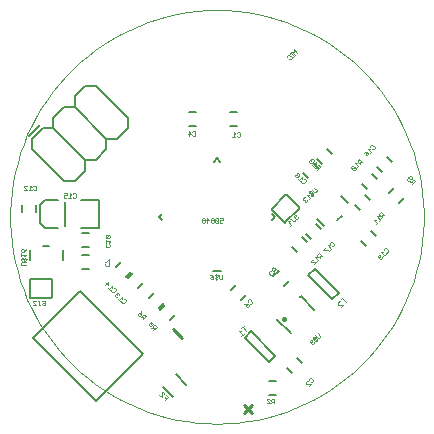
<source format=gbo>
G75*
G70*
%OFA0B0*%
%FSLAX24Y24*%
%IPPOS*%
%LPD*%
%AMOC8*
5,1,8,0,0,1.08239X$1,22.5*
%
%ADD10C,0.0110*%
%ADD11C,0.0000*%
%ADD12C,0.0010*%
%ADD13C,0.0060*%
%ADD14C,0.0050*%
%ADD15C,0.0120*%
%ADD16C,0.0080*%
%ADD17C,0.0020*%
D10*
X008239Y003251D02*
X008518Y003530D01*
X008517Y003252D02*
X008239Y003530D01*
X006175Y005759D02*
X005897Y006038D01*
D11*
X007353Y002892D02*
X007686Y002900D01*
X008018Y002924D01*
X008349Y002964D01*
X008677Y003020D01*
X009002Y003092D01*
X009323Y003180D01*
X009640Y003283D01*
X009951Y003401D01*
X010256Y003534D01*
X010555Y003681D01*
X010846Y003843D01*
X011129Y004019D01*
X011403Y004208D01*
X011667Y004410D01*
X011922Y004625D01*
X012166Y004852D01*
X012398Y005090D01*
X012619Y005339D01*
X012828Y005599D01*
X013023Y005868D01*
X013206Y006147D01*
X013375Y006434D01*
X013529Y006728D01*
X013670Y007030D01*
X013795Y007339D01*
X013906Y007653D01*
X014001Y007972D01*
X014081Y008295D01*
X014145Y008622D01*
X014193Y008952D01*
X014225Y009283D01*
X014241Y009616D01*
X014241Y009948D01*
X014225Y010281D01*
X014193Y010612D01*
X014145Y010942D01*
X014081Y011269D01*
X014001Y011592D01*
X013906Y011911D01*
X013795Y012225D01*
X013670Y012534D01*
X013529Y012836D01*
X013375Y013130D01*
X013206Y013417D01*
X013023Y013696D01*
X012828Y013965D01*
X012619Y014225D01*
X012398Y014474D01*
X012166Y014712D01*
X011922Y014939D01*
X011667Y015154D01*
X011403Y015356D01*
X011129Y015545D01*
X010846Y015721D01*
X010555Y015883D01*
X010256Y016030D01*
X009951Y016163D01*
X009640Y016281D01*
X009323Y016384D01*
X009002Y016472D01*
X008677Y016544D01*
X008349Y016600D01*
X008018Y016640D01*
X007686Y016664D01*
X007353Y016672D01*
X007020Y016664D01*
X006688Y016640D01*
X006357Y016600D01*
X006029Y016544D01*
X005704Y016472D01*
X005383Y016384D01*
X005066Y016281D01*
X004755Y016163D01*
X004450Y016030D01*
X004151Y015883D01*
X003860Y015721D01*
X003577Y015545D01*
X003303Y015356D01*
X003039Y015154D01*
X002784Y014939D01*
X002540Y014712D01*
X002308Y014474D01*
X002087Y014225D01*
X001878Y013965D01*
X001683Y013696D01*
X001500Y013417D01*
X001331Y013130D01*
X001177Y012836D01*
X001036Y012534D01*
X000911Y012225D01*
X000800Y011911D01*
X000705Y011592D01*
X000625Y011269D01*
X000561Y010942D01*
X000513Y010612D01*
X000481Y010281D01*
X000465Y009948D01*
X000465Y009616D01*
X000481Y009283D01*
X000513Y008952D01*
X000561Y008622D01*
X000625Y008295D01*
X000705Y007972D01*
X000800Y007653D01*
X000911Y007339D01*
X001036Y007030D01*
X001177Y006728D01*
X001331Y006434D01*
X001500Y006147D01*
X001683Y005868D01*
X001878Y005599D01*
X002087Y005339D01*
X002308Y005090D01*
X002540Y004852D01*
X002784Y004625D01*
X003039Y004410D01*
X003303Y004208D01*
X003577Y004019D01*
X003860Y003843D01*
X004151Y003681D01*
X004450Y003534D01*
X004755Y003401D01*
X005066Y003283D01*
X005383Y003180D01*
X005704Y003092D01*
X006029Y003020D01*
X006357Y002964D01*
X006688Y002924D01*
X007020Y002900D01*
X007353Y002892D01*
D12*
X009006Y003571D02*
X009106Y003571D01*
X009006Y003672D01*
X009006Y003697D01*
X009031Y003722D01*
X009081Y003722D01*
X009106Y003697D01*
X009153Y003697D02*
X009153Y003647D01*
X009178Y003622D01*
X009253Y003622D01*
X009203Y003622D02*
X009153Y003571D01*
X009253Y003571D02*
X009253Y003722D01*
X009178Y003722D01*
X009153Y003697D01*
X010316Y004245D02*
X010316Y004280D01*
X010352Y004316D01*
X010387Y004316D01*
X010420Y004349D02*
X010420Y004385D01*
X010456Y004420D01*
X010491Y004420D01*
X010562Y004349D01*
X010562Y004314D01*
X010527Y004278D01*
X010491Y004278D01*
X010476Y004227D02*
X010334Y004227D01*
X010316Y004245D01*
X010405Y004157D02*
X010476Y004227D01*
X010517Y005551D02*
X010446Y005622D01*
X010446Y005657D01*
X010482Y005692D01*
X010517Y005692D01*
X010535Y005675D01*
X010535Y005639D01*
X010482Y005586D01*
X010517Y005551D02*
X010552Y005551D01*
X010588Y005586D01*
X010588Y005622D01*
X010621Y005655D02*
X010603Y005673D01*
X010603Y005708D01*
X010639Y005744D01*
X010639Y005779D01*
X010621Y005797D01*
X010586Y005797D01*
X010550Y005761D01*
X010550Y005726D01*
X010550Y005797D02*
X010692Y005655D01*
X010692Y005690D02*
X010657Y005655D01*
X010621Y005655D01*
X010692Y005690D02*
X010692Y005726D01*
X010725Y005759D02*
X010637Y005848D01*
X010708Y005918D02*
X010796Y005830D01*
X010796Y005795D01*
X010761Y005759D01*
X010725Y005759D01*
X008525Y006928D02*
X008490Y006892D01*
X008454Y006892D01*
X008421Y006859D02*
X008421Y006824D01*
X008386Y006788D01*
X008350Y006788D01*
X008332Y006806D01*
X008333Y006841D01*
X008386Y006894D01*
X008421Y006859D01*
X008386Y006894D02*
X008315Y006894D01*
X008262Y006877D01*
X008384Y006963D02*
X008384Y006999D01*
X008419Y007034D01*
X008454Y007034D01*
X008525Y006963D01*
X008525Y006928D01*
X007530Y007735D02*
X007505Y007710D01*
X007455Y007710D01*
X007430Y007735D01*
X007430Y007860D01*
X007383Y007835D02*
X007358Y007860D01*
X007308Y007860D01*
X007283Y007835D01*
X007308Y007785D02*
X007358Y007785D01*
X007383Y007810D01*
X007383Y007835D01*
X007333Y007885D02*
X007333Y007685D01*
X007358Y007710D02*
X007308Y007710D01*
X007283Y007735D01*
X007283Y007760D01*
X007308Y007785D01*
X007236Y007785D02*
X007186Y007835D01*
X007135Y007860D01*
X007161Y007785D02*
X007236Y007785D01*
X007236Y007735D01*
X007211Y007710D01*
X007161Y007710D01*
X007135Y007735D01*
X007135Y007760D01*
X007161Y007785D01*
X007358Y007710D02*
X007383Y007735D01*
X007530Y007735D02*
X007530Y007860D01*
X009075Y007911D02*
X009093Y007894D01*
X009128Y007894D01*
X009128Y007858D01*
X009146Y007841D01*
X009181Y007841D01*
X009217Y007876D01*
X009217Y007911D01*
X009268Y007927D02*
X009268Y007998D01*
X009250Y007980D02*
X009303Y008033D01*
X009338Y007998D02*
X009232Y008104D01*
X009179Y008051D01*
X009179Y008016D01*
X009215Y007980D01*
X009250Y007980D01*
X009146Y007982D02*
X009110Y007982D01*
X009075Y007947D01*
X009075Y007911D01*
X009128Y007894D02*
X009146Y007911D01*
X010493Y008286D02*
X010493Y008322D01*
X010529Y008357D01*
X010564Y008357D01*
X010493Y008286D02*
X010511Y008268D01*
X010652Y008268D01*
X010582Y008198D01*
X010686Y008302D02*
X010756Y008373D01*
X010790Y008406D02*
X010790Y008477D01*
X010772Y008459D02*
X010825Y008512D01*
X010861Y008477D02*
X010754Y008583D01*
X010701Y008530D01*
X010701Y008494D01*
X010737Y008459D01*
X010772Y008459D01*
X010686Y008443D02*
X010615Y008443D01*
X010721Y008337D01*
X010918Y008675D02*
X010900Y008693D01*
X010971Y008764D01*
X011040Y008833D02*
X011146Y008726D01*
X011181Y008762D02*
X011110Y008691D01*
X011077Y008658D02*
X011059Y008675D01*
X010918Y008675D01*
X011040Y008833D02*
X011110Y008833D01*
X011126Y008884D02*
X011126Y008919D01*
X011162Y008955D01*
X011197Y008954D01*
X011268Y008884D01*
X011268Y008848D01*
X011232Y008813D01*
X011197Y008813D01*
X010054Y009753D02*
X010019Y009717D01*
X009984Y009717D01*
X009966Y009735D01*
X009966Y009770D01*
X010001Y009806D01*
X010001Y009841D01*
X009984Y009859D01*
X009948Y009859D01*
X009913Y009823D01*
X009913Y009788D01*
X009827Y009737D02*
X009791Y009702D01*
X009809Y009719D02*
X009897Y009631D01*
X009933Y009631D01*
X009950Y009649D01*
X009950Y009684D01*
X010054Y009753D02*
X010054Y009788D01*
X009793Y009633D02*
X009722Y009633D01*
X009829Y009527D01*
X009864Y009562D02*
X009793Y009491D01*
X010290Y010289D02*
X010325Y010289D01*
X010360Y010324D01*
X010360Y010360D01*
X010411Y010376D02*
X010482Y010446D01*
X010447Y010411D02*
X010341Y010517D01*
X010411Y010517D01*
X010427Y010568D02*
X010427Y010604D01*
X010462Y010639D01*
X010498Y010639D01*
X010516Y010621D01*
X010516Y010586D01*
X010480Y010551D01*
X010480Y010515D01*
X010498Y010497D01*
X010533Y010497D01*
X010569Y010533D01*
X010569Y010568D01*
X010602Y010602D02*
X010514Y010690D01*
X010584Y010761D02*
X010673Y010672D01*
X010673Y010637D01*
X010637Y010602D01*
X010602Y010602D01*
X010569Y010497D02*
X010427Y010639D01*
X010239Y010899D02*
X010203Y010899D01*
X010168Y010934D01*
X010168Y010970D01*
X010117Y010986D02*
X010046Y011056D01*
X010082Y011021D02*
X010188Y011127D01*
X010188Y011056D01*
X010239Y011041D02*
X010274Y011041D01*
X010310Y011005D01*
X010310Y010970D01*
X010239Y010899D01*
X010031Y011107D02*
X010048Y011125D01*
X010048Y011160D01*
X010013Y011196D01*
X009977Y011196D01*
X009960Y011178D01*
X009960Y011143D01*
X009995Y011107D01*
X010031Y011107D01*
X010048Y011160D02*
X010084Y011160D01*
X010101Y011178D01*
X010101Y011214D01*
X010066Y011249D01*
X010031Y011249D01*
X010013Y011231D01*
X010013Y011196D01*
X010432Y011615D02*
X010468Y011580D01*
X010503Y011580D01*
X010519Y011529D02*
X010589Y011458D01*
X010623Y011425D02*
X010694Y011425D01*
X010676Y011442D02*
X010729Y011389D01*
X010694Y011354D02*
X010800Y011460D01*
X010747Y011513D01*
X010711Y011513D01*
X010676Y011478D01*
X010676Y011442D01*
X010660Y011529D02*
X010660Y011600D01*
X010554Y011493D01*
X010574Y011651D02*
X010574Y011686D01*
X010538Y011721D01*
X010503Y011721D01*
X010485Y011704D01*
X010485Y011668D01*
X010450Y011668D01*
X010432Y011651D01*
X010432Y011615D01*
X010485Y011668D02*
X010503Y011651D01*
X011832Y011451D02*
X011832Y011416D01*
X011973Y011416D01*
X011973Y011381D01*
X011938Y011345D01*
X011902Y011345D01*
X011832Y011416D01*
X011832Y011451D02*
X011867Y011487D01*
X011902Y011487D01*
X011973Y011416D01*
X012024Y011432D02*
X012095Y011503D01*
X012128Y011536D02*
X012128Y011607D01*
X012111Y011589D02*
X012164Y011642D01*
X012199Y011607D02*
X012093Y011713D01*
X012040Y011660D01*
X012040Y011624D01*
X012075Y011589D01*
X012111Y011589D01*
X012024Y011573D02*
X011954Y011573D01*
X012060Y011467D01*
X012327Y011833D02*
X012310Y011851D01*
X012310Y011886D01*
X012363Y011939D01*
X012398Y011904D01*
X012398Y011868D01*
X012363Y011833D01*
X012327Y011833D01*
X012292Y011939D02*
X012363Y011939D01*
X012292Y011939D02*
X012239Y011921D01*
X012378Y012061D02*
X012484Y011955D01*
X012520Y011990D02*
X012449Y011919D01*
X012449Y012061D02*
X012378Y012061D01*
X012465Y012112D02*
X012465Y012147D01*
X012500Y012183D01*
X012536Y012183D01*
X012606Y012112D01*
X012606Y012077D01*
X012571Y012041D01*
X012536Y012041D01*
X013701Y011063D02*
X013772Y011133D01*
X013807Y011133D01*
X013843Y011098D01*
X013843Y011063D01*
X013825Y011045D01*
X013790Y011045D01*
X013737Y011098D01*
X013701Y011063D02*
X013701Y011027D01*
X013737Y010992D01*
X013772Y010992D01*
X013788Y010941D02*
X013858Y010941D01*
X013841Y010959D02*
X013894Y010905D01*
X013858Y010870D02*
X013965Y010976D01*
X013911Y011029D01*
X013876Y011029D01*
X013841Y010994D01*
X013841Y010959D01*
X012821Y009941D02*
X012768Y009888D01*
X012768Y009853D01*
X012804Y009817D01*
X012839Y009817D01*
X012892Y009870D01*
X012857Y009835D02*
X012857Y009764D01*
X012823Y009731D02*
X012753Y009660D01*
X012719Y009627D02*
X012649Y009556D01*
X012684Y009591D02*
X012578Y009697D01*
X012649Y009697D01*
X012682Y009802D02*
X012788Y009696D01*
X012753Y009802D02*
X012682Y009802D01*
X012821Y009941D02*
X012928Y009835D01*
X012953Y008738D02*
X012988Y008738D01*
X013059Y008667D01*
X013059Y008632D01*
X013024Y008596D01*
X012988Y008596D01*
X012973Y008545D02*
X012902Y008475D01*
X012937Y008510D02*
X012831Y008616D01*
X012902Y008616D01*
X012918Y008667D02*
X012918Y008703D01*
X012953Y008738D01*
X012780Y008530D02*
X012798Y008512D01*
X012798Y008477D01*
X012745Y008423D01*
X012780Y008388D02*
X012709Y008459D01*
X012709Y008494D01*
X012745Y008530D01*
X012780Y008530D01*
X012851Y008459D02*
X012851Y008423D01*
X012815Y008388D01*
X012780Y008388D01*
X010290Y010289D02*
X010272Y010307D01*
X010272Y010342D01*
X010290Y010360D01*
X010272Y010342D02*
X010236Y010342D01*
X010219Y010360D01*
X010219Y010395D01*
X010254Y010431D01*
X010290Y010431D01*
X007545Y009741D02*
X007545Y009666D01*
X007495Y009691D01*
X007470Y009691D01*
X007445Y009666D01*
X007445Y009616D01*
X007470Y009591D01*
X007520Y009591D01*
X007545Y009616D01*
X007545Y009741D02*
X007445Y009741D01*
X007398Y009716D02*
X007373Y009741D01*
X007323Y009741D01*
X007298Y009716D01*
X007398Y009616D01*
X007373Y009591D01*
X007323Y009591D01*
X007298Y009616D01*
X007298Y009716D01*
X007251Y009716D02*
X007251Y009691D01*
X007226Y009666D01*
X007176Y009666D01*
X007151Y009641D01*
X007151Y009616D01*
X007176Y009591D01*
X007226Y009591D01*
X007251Y009616D01*
X007251Y009641D01*
X007226Y009666D01*
X007176Y009666D02*
X007151Y009691D01*
X007151Y009716D01*
X007176Y009741D01*
X007226Y009741D01*
X007251Y009716D01*
X007398Y009716D02*
X007398Y009616D01*
X007103Y009666D02*
X007003Y009666D01*
X006956Y009691D02*
X006956Y009716D01*
X006931Y009741D01*
X006881Y009741D01*
X006856Y009716D01*
X006856Y009691D01*
X006881Y009666D01*
X006931Y009666D01*
X006956Y009691D01*
X006931Y009666D02*
X006956Y009641D01*
X006956Y009616D01*
X006931Y009591D01*
X006881Y009591D01*
X006856Y009616D01*
X006856Y009641D01*
X006881Y009666D01*
X007028Y009741D02*
X007103Y009666D01*
X007028Y009591D02*
X007028Y009741D01*
X003795Y009149D02*
X003770Y009174D01*
X003670Y009074D01*
X003645Y009099D01*
X003645Y009149D01*
X003670Y009174D01*
X003770Y009174D01*
X003795Y009149D02*
X003795Y009099D01*
X003770Y009074D01*
X003670Y009074D01*
X003645Y009027D02*
X003645Y008927D01*
X003645Y008977D02*
X003795Y008977D01*
X003745Y008927D01*
X003770Y008879D02*
X003795Y008854D01*
X003795Y008804D01*
X003770Y008779D01*
X003670Y008779D01*
X003645Y008804D01*
X003645Y008854D01*
X003670Y008879D01*
X003743Y008387D02*
X003642Y008286D01*
X003617Y008286D01*
X003642Y008239D02*
X003617Y008214D01*
X003617Y008164D01*
X003642Y008139D01*
X003743Y008139D01*
X003768Y008164D01*
X003768Y008214D01*
X003743Y008239D01*
X003768Y008286D02*
X003768Y008387D01*
X003743Y008387D01*
X003731Y007615D02*
X003625Y007509D01*
X003661Y007580D02*
X003731Y007509D01*
X003731Y007615D01*
X003853Y007493D02*
X003747Y007387D01*
X003782Y007352D02*
X003712Y007423D01*
X003853Y007423D02*
X003853Y007493D01*
X003904Y007407D02*
X003940Y007407D01*
X003975Y007371D01*
X003975Y007336D01*
X003904Y007265D01*
X003869Y007265D01*
X003833Y007301D01*
X003833Y007336D01*
X003979Y007198D02*
X003962Y007180D01*
X003962Y007145D01*
X003997Y007109D01*
X004033Y007109D01*
X004048Y007058D02*
X004119Y006988D01*
X004084Y007023D02*
X004190Y007129D01*
X004190Y007058D01*
X004241Y007043D02*
X004276Y007043D01*
X004312Y007007D01*
X004312Y006972D01*
X004241Y006901D01*
X004205Y006901D01*
X004170Y006936D01*
X004170Y006972D01*
X004103Y007180D02*
X004103Y007215D01*
X004068Y007251D01*
X004033Y007251D01*
X004015Y007233D01*
X004015Y007198D01*
X003979Y007198D01*
X004015Y007198D02*
X004033Y007180D01*
X004815Y006645D02*
X004833Y006592D01*
X004833Y006521D01*
X004780Y006575D01*
X004744Y006575D01*
X004727Y006557D01*
X004727Y006521D01*
X004762Y006486D01*
X004797Y006486D01*
X004833Y006521D01*
X004866Y006488D02*
X004866Y006453D01*
X004919Y006400D01*
X004884Y006435D02*
X004813Y006435D01*
X004866Y006488D02*
X004902Y006523D01*
X004937Y006523D01*
X004990Y006470D01*
X004884Y006364D01*
X005077Y006206D02*
X005077Y006171D01*
X005112Y006136D01*
X005148Y006136D01*
X005183Y006171D02*
X005166Y006224D01*
X005148Y006242D01*
X005112Y006242D01*
X005077Y006206D01*
X005183Y006171D02*
X005236Y006224D01*
X005166Y006295D01*
X005252Y006173D02*
X005217Y006138D01*
X005217Y006102D01*
X005270Y006049D01*
X005234Y006014D02*
X005340Y006120D01*
X005287Y006173D01*
X005252Y006173D01*
X005234Y006085D02*
X005164Y006085D01*
X005525Y003939D02*
X005561Y003939D01*
X005596Y003903D01*
X005596Y003868D01*
X005647Y003852D02*
X005718Y003781D01*
X005612Y003675D01*
X005665Y003728D02*
X005629Y003764D01*
X005507Y003779D02*
X005507Y003921D01*
X005525Y003939D01*
X005437Y003850D02*
X005507Y003779D01*
X001629Y006869D02*
X001604Y006844D01*
X001554Y006844D01*
X001529Y006869D01*
X001529Y006894D01*
X001554Y006919D01*
X001604Y006919D01*
X001629Y006944D01*
X001629Y006969D01*
X001604Y006994D01*
X001554Y006994D01*
X001529Y006969D01*
X001432Y006994D02*
X001382Y006994D01*
X001407Y006994D02*
X001407Y006869D01*
X001432Y006844D01*
X001457Y006844D01*
X001482Y006869D01*
X001334Y006844D02*
X001234Y006944D01*
X001234Y006969D01*
X001259Y006994D01*
X001309Y006994D01*
X001334Y006969D01*
X001334Y006844D02*
X001234Y006844D01*
X000987Y008170D02*
X000862Y008170D01*
X000837Y008195D01*
X000837Y008245D01*
X000862Y008270D01*
X000987Y008270D01*
X000962Y008317D02*
X000987Y008342D01*
X000987Y008392D01*
X000962Y008418D01*
X000937Y008465D02*
X000987Y008515D01*
X000837Y008515D01*
X000837Y008465D02*
X000837Y008565D01*
X000862Y008612D02*
X000837Y008637D01*
X000837Y008687D01*
X000862Y008712D01*
X000887Y008712D01*
X000912Y008687D01*
X000912Y008612D01*
X000862Y008612D01*
X000912Y008612D02*
X000962Y008662D01*
X000987Y008712D01*
X000887Y008418D02*
X000912Y008392D01*
X000912Y008342D01*
X000937Y008317D01*
X000962Y008317D01*
X001012Y008367D02*
X000812Y008367D01*
X000837Y008342D02*
X000837Y008392D01*
X000862Y008418D01*
X000887Y008418D01*
X000837Y008342D02*
X000862Y008317D01*
X002270Y010429D02*
X002320Y010429D01*
X002345Y010454D01*
X002345Y010505D02*
X002295Y010530D01*
X002270Y010530D01*
X002245Y010505D01*
X002245Y010454D01*
X002270Y010429D01*
X002345Y010505D02*
X002345Y010580D01*
X002245Y010580D01*
X002442Y010580D02*
X002442Y010429D01*
X002492Y010429D02*
X002392Y010429D01*
X002492Y010530D02*
X002442Y010580D01*
X002540Y010555D02*
X002565Y010580D01*
X002615Y010580D01*
X002640Y010555D01*
X002640Y010454D01*
X002615Y010429D01*
X002565Y010429D01*
X002540Y010454D01*
X001329Y010705D02*
X001304Y010680D01*
X001254Y010680D01*
X001229Y010705D01*
X001182Y010680D02*
X001082Y010680D01*
X001034Y010680D02*
X000934Y010780D01*
X000934Y010805D01*
X000959Y010830D01*
X001009Y010830D01*
X001034Y010805D01*
X001132Y010830D02*
X001132Y010680D01*
X001034Y010680D02*
X000934Y010680D01*
X001132Y010830D02*
X001182Y010780D01*
X001229Y010805D02*
X001254Y010830D01*
X001304Y010830D01*
X001329Y010805D01*
X001329Y010705D01*
X006411Y012488D02*
X006411Y012638D01*
X006486Y012563D01*
X006386Y012563D01*
X006533Y012513D02*
X006558Y012488D01*
X006608Y012488D01*
X006633Y012513D01*
X006633Y012613D01*
X006608Y012638D01*
X006558Y012638D01*
X006533Y012613D01*
X007866Y012456D02*
X007967Y012456D01*
X007916Y012456D02*
X007916Y012606D01*
X007967Y012556D01*
X008014Y012581D02*
X008039Y012606D01*
X008089Y012606D01*
X008114Y012581D01*
X008114Y012481D01*
X008089Y012456D01*
X008039Y012456D01*
X008014Y012481D01*
X009770Y015035D02*
X009806Y015035D01*
X009841Y015071D01*
X009841Y015106D01*
X009770Y015177D01*
X009735Y015177D01*
X009699Y015141D01*
X009699Y015106D01*
X009787Y015229D02*
X009822Y015264D01*
X009804Y015246D02*
X009910Y015140D01*
X009893Y015122D02*
X009928Y015158D01*
X009961Y015191D02*
X009855Y015297D01*
X009926Y015297D01*
X009926Y015368D01*
X010032Y015262D01*
D13*
X008023Y013286D02*
X007786Y013286D01*
X007786Y012814D02*
X008023Y012814D01*
X006645Y012810D02*
X006409Y012810D01*
X006409Y013282D02*
X006645Y013282D01*
X010213Y011234D02*
X010380Y011067D01*
X010714Y011401D02*
X010547Y011568D01*
X010686Y011707D02*
X010853Y011540D01*
X011187Y011874D02*
X011020Y012041D01*
X012516Y011214D02*
X012683Y011047D01*
X012860Y011264D02*
X012693Y011431D01*
X013027Y011765D02*
X013194Y011598D01*
X012349Y010713D02*
X012182Y010880D01*
X012279Y010505D02*
X012446Y010338D01*
X012112Y010004D02*
X011945Y010171D01*
X013087Y010575D02*
X013254Y010742D01*
X013588Y010407D02*
X013421Y010240D01*
X012476Y009324D02*
X012643Y009157D01*
X012309Y008823D02*
X012142Y008990D01*
X010832Y009393D02*
X010665Y009560D01*
X010331Y009226D02*
X010498Y009059D01*
X010360Y008960D02*
X010193Y009127D01*
X009859Y008793D02*
X010026Y008626D01*
X010608Y008054D02*
X010396Y007842D01*
X011202Y007036D01*
X011414Y007248D01*
X010608Y008054D01*
X009738Y007632D02*
X009571Y007465D01*
X009237Y007799D02*
X009404Y007966D01*
X008332Y007170D02*
X008165Y007003D01*
X007831Y007337D02*
X007998Y007504D01*
X005970Y006510D02*
X005803Y006343D01*
X005469Y006677D02*
X005636Y006844D01*
X005592Y006900D02*
X005425Y006733D01*
X005091Y007067D02*
X005258Y007234D01*
X004872Y007569D02*
X004705Y007402D01*
X004371Y007736D02*
X004538Y007903D01*
X004482Y007963D02*
X004315Y007796D01*
X003981Y008130D02*
X004148Y008297D01*
X003101Y008530D02*
X002865Y008530D01*
X002865Y008778D02*
X003101Y008778D01*
X003101Y009251D02*
X002865Y009251D01*
X001330Y009940D02*
X001330Y010176D01*
X000857Y010176D02*
X000857Y009940D01*
X002865Y008058D02*
X003101Y008058D01*
X001842Y007696D02*
X001842Y007105D01*
X001841Y007105D02*
X001837Y007097D01*
X001830Y007090D01*
X001821Y007085D01*
X001812Y007084D01*
X001802Y007086D01*
X001172Y007086D01*
X001162Y007084D01*
X001153Y007085D01*
X001144Y007090D01*
X001137Y007097D01*
X001133Y007105D01*
X001133Y007696D01*
X001137Y007704D01*
X001144Y007711D01*
X001153Y007716D01*
X001162Y007717D01*
X001172Y007715D01*
X001802Y007715D01*
X001812Y007717D01*
X001821Y007716D01*
X001830Y007711D01*
X001837Y007704D01*
X001841Y007696D01*
X008278Y005752D02*
X009084Y004946D01*
X009296Y005158D01*
X008490Y005964D01*
X008278Y005752D01*
X009678Y004762D02*
X009845Y004595D01*
X010179Y004929D02*
X010012Y005096D01*
X009322Y004330D02*
X009086Y004330D01*
X009086Y003857D02*
X009322Y003857D01*
X009595Y009599D02*
X009178Y010016D01*
X009177Y010016D02*
X009174Y010025D01*
X009174Y010035D01*
X009177Y010044D01*
X009183Y010052D01*
X009191Y010058D01*
X009637Y010503D01*
X009643Y010511D01*
X009651Y010517D01*
X009660Y010520D01*
X009670Y010520D01*
X009679Y010517D01*
X010096Y010100D01*
X010099Y010091D01*
X010099Y010081D01*
X010096Y010072D01*
X010090Y010064D01*
X010082Y010058D01*
X009637Y009613D01*
X009637Y009612D02*
X009631Y009604D01*
X009623Y009598D01*
X009614Y009595D01*
X009604Y009595D01*
X009595Y009598D01*
D14*
X003315Y003656D02*
X001227Y005744D01*
X002786Y007303D01*
X004874Y005215D01*
X003315Y003656D01*
X002282Y009481D02*
X002282Y010281D01*
D15*
X009594Y006367D02*
X009596Y006374D01*
X009601Y006379D01*
X009608Y006381D01*
X009615Y006379D01*
X009620Y006374D01*
X009622Y006367D01*
X009620Y006360D01*
X009615Y006355D01*
X009608Y006353D01*
X009601Y006355D01*
X009596Y006360D01*
X009594Y006367D01*
D16*
X009380Y006379D02*
X009354Y006352D01*
X009805Y005901D01*
X009831Y005927D01*
X010571Y006666D02*
X010597Y006693D01*
X010146Y007144D01*
X010119Y007118D01*
X007493Y007973D02*
X007214Y007973D01*
X005516Y009671D02*
X005405Y009782D01*
X005516Y009894D01*
X003416Y010353D02*
X003416Y009408D01*
X002826Y009408D01*
X002038Y009408D02*
X001605Y009408D01*
X001448Y009566D01*
X001448Y010196D01*
X001605Y010353D01*
X002038Y010353D01*
X002826Y010353D02*
X003416Y010353D01*
X002607Y010974D02*
X002961Y011328D01*
X002961Y011681D01*
X001900Y012742D01*
X001900Y013095D01*
X002254Y013449D01*
X002607Y013449D01*
X003668Y012388D01*
X004022Y012388D01*
X004375Y012742D01*
X004375Y013095D01*
X003314Y014156D01*
X002961Y014156D01*
X002607Y013802D01*
X002607Y013449D01*
X001900Y012742D02*
X001547Y012742D01*
X001193Y012388D01*
X001193Y012035D01*
X002254Y010974D01*
X002607Y010974D01*
X002961Y011681D02*
X003314Y011681D01*
X003668Y012035D01*
X003668Y012388D01*
X001453Y012835D02*
X001100Y012481D01*
X001559Y008822D02*
X001770Y008822D01*
X002224Y008672D02*
X002224Y008334D01*
X001104Y008334D02*
X001104Y008672D01*
X005971Y004541D02*
X006325Y004188D01*
X005901Y003764D02*
X005547Y004117D01*
X010935Y009464D02*
X010696Y009703D01*
X011363Y009679D02*
X011512Y009828D01*
X011727Y010256D02*
X011488Y010495D01*
X009302Y009782D02*
X009191Y009671D01*
X009302Y009782D02*
X009191Y009894D01*
X007465Y011620D02*
X007353Y011731D01*
X007242Y011620D01*
D17*
X011569Y007119D02*
X011484Y007034D01*
X011527Y007076D02*
X011654Y006949D01*
X011566Y006861D02*
X011481Y006776D01*
X011396Y006861D02*
X011375Y006883D01*
X011375Y006925D01*
X011418Y006967D01*
X011460Y006967D01*
X011396Y006861D02*
X011566Y006861D01*
X008335Y005984D02*
X008208Y006111D01*
X008250Y006154D02*
X008165Y006069D01*
X008162Y005981D02*
X008078Y005981D01*
X008205Y005854D01*
X008247Y005896D02*
X008162Y005811D01*
M02*

</source>
